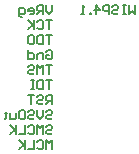
<source format=gbo>
%FSDAX24Y24*%
%MOIN*%
%SFA1B1*%

%IPPOS*%
%ADD18C,0.008000*%
%LNprogrammer-1*%
%LPD*%
G54D18*
X004000Y005850D02*
Y005650D01*
X003900Y005550*
X003800Y005650*
Y005850*
X003700Y005550D02*
Y005850D01*
X003550*
X003500Y005800*
Y005700*
X003550Y005650*
X003700*
X003600D02*
X003500Y005550D01*
X003250D02*
X003350D01*
X003400Y005600*
Y005700*
X003350Y005750*
X003250*
X003200Y005700*
Y005650*
X003400*
X003000Y005450D02*
X002950D01*
X002900Y005500*
Y005750*
X003050*
X003100Y005700*
Y005600*
X003050Y005550*
X002900*
X004000Y002550D02*
Y002850D01*
X003850*
X003800Y002800*
Y002700*
X003850Y002650*
X004000*
X003900D02*
X003800Y002550D01*
X003500Y002800D02*
X003550Y002850D01*
X003650*
X003700Y002800*
Y002750*
X003650Y002700*
X003550*
X003500Y002650*
Y002600*
X003550Y002550*
X003650*
X003700Y002600*
X003400Y002850D02*
X003200D01*
X003300*
Y002550*
X004000Y005350D02*
X003800D01*
X003900*
Y005050*
X003500Y005300D02*
X003550Y005350D01*
X003650*
X003700Y005300*
Y005100*
X003650Y005050*
X003550*
X003500Y005100*
X003400Y005350D02*
Y005050D01*
Y005150*
X003200Y005350*
X003350Y005200*
X003200Y005050*
X004000Y003850D02*
X003800D01*
X003900*
Y003550*
X003700D02*
Y003850D01*
X003600Y003750*
X003500Y003850*
Y003550*
X003200Y003800D02*
X003250Y003850D01*
X003350*
X003400Y003800*
Y003750*
X003350Y003700*
X003250*
X003200Y003650*
Y003600*
X003250Y003550*
X003350*
X003400Y003600*
X004000Y003350D02*
X003800D01*
X003900*
Y003050*
X003700Y003350D02*
Y003050D01*
X003550*
X003500Y003100*
Y003300*
X003550Y003350*
X003700*
X003400D02*
X003300D01*
X003350*
Y003050*
X003400*
X003300*
X004000Y004850D02*
X003800D01*
X003900*
Y004550*
X003700Y004850D02*
Y004550D01*
X003550*
X003500Y004600*
Y004800*
X003550Y004850*
X003700*
X003250D02*
X003350D01*
X003400Y004800*
Y004600*
X003350Y004550*
X003250*
X003200Y004600*
Y004800*
X003250Y004850*
X003800Y004300D02*
X003850Y004350D01*
X003950*
X004000Y004300*
Y004100*
X003950Y004050*
X003850*
X003800Y004100*
Y004200*
X003900*
X003700Y004050D02*
Y004250D01*
X003550*
X003500Y004200*
Y004050*
X003200Y004350D02*
Y004050D01*
X003350*
X003400Y004100*
Y004200*
X003350Y004250*
X003200*
X004000Y001050D02*
Y001350D01*
X003900Y001250*
X003800Y001350*
Y001050*
X003500Y001300D02*
X003550Y001350D01*
X003650*
X003700Y001300*
Y001100*
X003650Y001050*
X003550*
X003500Y001100*
X003400Y001350D02*
Y001050D01*
X003200*
X003100Y001350D02*
Y001050D01*
Y001150*
X002900Y001350*
X003050Y001200*
X002900Y001050*
X003800Y001800D02*
X003850Y001850D01*
X003950*
X004000Y001800*
Y001750*
X003950Y001700*
X003850*
X003800Y001650*
Y001600*
X003850Y001550*
X003950*
X004000Y001600*
X003700Y001550D02*
Y001850D01*
X003600Y001750*
X003500Y001850*
Y001550*
X003200Y001800D02*
X003250Y001850D01*
X003350*
X003400Y001800*
Y001600*
X003350Y001550*
X003250*
X003200Y001600*
X003100Y001850D02*
Y001550D01*
X002900*
X002800Y001850D02*
Y001550D01*
Y001650*
X002600Y001850*
X002750Y001700*
X002600Y001550*
X003800Y002300D02*
X003850Y002350D01*
X003950*
X004000Y002300*
Y002250*
X003950Y002200*
X003850*
X003800Y002150*
Y002100*
X003850Y002050*
X003950*
X004000Y002100*
X003700Y002350D02*
Y002150D01*
X003600Y002050*
X003500Y002150*
Y002350*
X003200Y002300D02*
X003250Y002350D01*
X003350*
X003400Y002300*
Y002250*
X003350Y002200*
X003250*
X003200Y002150*
Y002100*
X003250Y002050*
X003350*
X003400Y002100*
X002950Y002350D02*
X003050D01*
X003100Y002300*
Y002100*
X003050Y002050*
X002950*
X002900Y002100*
Y002300*
X002950Y002350*
X002800Y002250D02*
Y002100D01*
X002750Y002050*
X002600*
Y002250*
X002450Y002300D02*
Y002250D01*
X002500*
X002401*
X002450*
Y002100*
X002401Y002050*
X006750Y005850D02*
Y005550D01*
X006650Y005650*
X006550Y005550*
Y005850*
X006450D02*
X006350D01*
X006400*
Y005550*
X006450*
X006350*
X006000Y005800D02*
X006050Y005850D01*
X006150*
X006200Y005800*
Y005750*
X006150Y005700*
X006050*
X006000Y005650*
Y005600*
X006050Y005550*
X006150*
X006200Y005600*
X005900Y005550D02*
Y005850D01*
X005750*
X005700Y005800*
Y005700*
X005750Y005650*
X005900*
X005450Y005550D02*
Y005850D01*
X005600Y005700*
X005400*
X005300Y005550D02*
Y005600D01*
X005250*
Y005550*
X005300*
X005051D02*
X004951D01*
X005001*
Y005850*
X005051Y005800*
M02*
</source>
